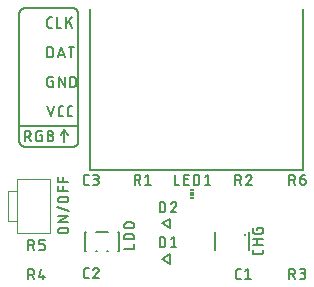
<source format=gto>
G04 EAGLE Gerber X2 export*
G75*
%MOMM*%
%FSLAX34Y34*%
%LPD*%
%AMOC8*
5,1,8,0,0,1.08239X$1,22.5*%
G01*
%ADD10C,0.150000*%
%ADD11C,0.152400*%
%ADD12C,0.200000*%
%ADD13C,0.100000*%
%ADD14C,0.203200*%
%ADD15R,0.300000X0.150000*%
%ADD16R,0.300000X0.300000*%


D10*
X10000Y347500D02*
X50000Y347500D01*
X50140Y347498D01*
X50280Y347492D01*
X50420Y347482D01*
X50560Y347469D01*
X50699Y347451D01*
X50838Y347429D01*
X50975Y347404D01*
X51113Y347375D01*
X51249Y347342D01*
X51384Y347305D01*
X51518Y347264D01*
X51651Y347219D01*
X51783Y347171D01*
X51913Y347119D01*
X52042Y347064D01*
X52169Y347005D01*
X52295Y346942D01*
X52419Y346876D01*
X52540Y346807D01*
X52660Y346734D01*
X52778Y346657D01*
X52893Y346578D01*
X53007Y346495D01*
X53117Y346409D01*
X53226Y346320D01*
X53332Y346228D01*
X53435Y346133D01*
X53536Y346036D01*
X53633Y345935D01*
X53728Y345832D01*
X53820Y345726D01*
X53909Y345617D01*
X53995Y345507D01*
X54078Y345393D01*
X54157Y345278D01*
X54234Y345160D01*
X54307Y345040D01*
X54376Y344919D01*
X54442Y344795D01*
X54505Y344669D01*
X54564Y344542D01*
X54619Y344413D01*
X54671Y344283D01*
X54719Y344151D01*
X54764Y344018D01*
X54805Y343884D01*
X54842Y343749D01*
X54875Y343613D01*
X54904Y343475D01*
X54929Y343338D01*
X54951Y343199D01*
X54969Y343060D01*
X54982Y342920D01*
X54992Y342780D01*
X54998Y342640D01*
X55000Y342500D01*
X55000Y247500D01*
X55000Y235000D01*
X54998Y234860D01*
X54992Y234720D01*
X54982Y234580D01*
X54969Y234440D01*
X54951Y234301D01*
X54929Y234162D01*
X54904Y234025D01*
X54875Y233887D01*
X54842Y233751D01*
X54805Y233616D01*
X54764Y233482D01*
X54719Y233349D01*
X54671Y233217D01*
X54619Y233087D01*
X54564Y232958D01*
X54505Y232831D01*
X54442Y232705D01*
X54376Y232581D01*
X54307Y232460D01*
X54234Y232340D01*
X54157Y232222D01*
X54078Y232107D01*
X53995Y231993D01*
X53909Y231883D01*
X53820Y231774D01*
X53728Y231668D01*
X53633Y231565D01*
X53536Y231464D01*
X53435Y231367D01*
X53332Y231272D01*
X53226Y231180D01*
X53117Y231091D01*
X53007Y231005D01*
X52893Y230922D01*
X52778Y230843D01*
X52660Y230766D01*
X52540Y230693D01*
X52419Y230624D01*
X52295Y230558D01*
X52169Y230495D01*
X52042Y230436D01*
X51913Y230381D01*
X51783Y230329D01*
X51651Y230281D01*
X51518Y230236D01*
X51384Y230195D01*
X51249Y230158D01*
X51113Y230125D01*
X50975Y230096D01*
X50838Y230071D01*
X50699Y230049D01*
X50560Y230031D01*
X50420Y230018D01*
X50280Y230008D01*
X50140Y230002D01*
X50000Y230000D01*
X10000Y230000D01*
X9860Y230002D01*
X9720Y230008D01*
X9580Y230018D01*
X9440Y230031D01*
X9301Y230049D01*
X9162Y230071D01*
X9025Y230096D01*
X8887Y230125D01*
X8751Y230158D01*
X8616Y230195D01*
X8482Y230236D01*
X8349Y230281D01*
X8217Y230329D01*
X8087Y230381D01*
X7958Y230436D01*
X7831Y230495D01*
X7705Y230558D01*
X7581Y230624D01*
X7460Y230693D01*
X7340Y230766D01*
X7222Y230843D01*
X7107Y230922D01*
X6993Y231005D01*
X6883Y231091D01*
X6774Y231180D01*
X6668Y231272D01*
X6565Y231367D01*
X6464Y231464D01*
X6367Y231565D01*
X6272Y231668D01*
X6180Y231774D01*
X6091Y231883D01*
X6005Y231993D01*
X5922Y232107D01*
X5843Y232222D01*
X5766Y232340D01*
X5693Y232460D01*
X5624Y232581D01*
X5558Y232705D01*
X5495Y232831D01*
X5436Y232958D01*
X5381Y233087D01*
X5329Y233217D01*
X5281Y233349D01*
X5236Y233482D01*
X5195Y233616D01*
X5158Y233751D01*
X5125Y233887D01*
X5096Y234025D01*
X5071Y234162D01*
X5049Y234301D01*
X5031Y234440D01*
X5018Y234580D01*
X5008Y234720D01*
X5002Y234860D01*
X5000Y235000D01*
X5000Y247500D01*
X5000Y342500D01*
X5002Y342640D01*
X5008Y342780D01*
X5018Y342920D01*
X5031Y343060D01*
X5049Y343199D01*
X5071Y343338D01*
X5096Y343475D01*
X5125Y343613D01*
X5158Y343749D01*
X5195Y343884D01*
X5236Y344018D01*
X5281Y344151D01*
X5329Y344283D01*
X5381Y344413D01*
X5436Y344542D01*
X5495Y344669D01*
X5558Y344795D01*
X5624Y344919D01*
X5693Y345040D01*
X5766Y345160D01*
X5843Y345278D01*
X5922Y345393D01*
X6005Y345507D01*
X6091Y345617D01*
X6180Y345726D01*
X6272Y345832D01*
X6367Y345935D01*
X6464Y346036D01*
X6565Y346133D01*
X6668Y346228D01*
X6774Y346320D01*
X6883Y346409D01*
X6993Y346495D01*
X7107Y346578D01*
X7222Y346657D01*
X7340Y346734D01*
X7460Y346807D01*
X7581Y346876D01*
X7705Y346942D01*
X7831Y347005D01*
X7958Y347064D01*
X8087Y347119D01*
X8217Y347171D01*
X8349Y347219D01*
X8482Y347264D01*
X8616Y347305D01*
X8751Y347342D01*
X8887Y347375D01*
X9025Y347404D01*
X9162Y347429D01*
X9301Y347451D01*
X9440Y347469D01*
X9580Y347482D01*
X9720Y347492D01*
X9860Y347498D01*
X10000Y347500D01*
X5000Y247500D02*
X55000Y247500D01*
D11*
X9762Y243398D02*
X9762Y234762D01*
X9762Y243398D02*
X12161Y243398D01*
X12258Y243396D01*
X12354Y243390D01*
X12450Y243381D01*
X12546Y243367D01*
X12641Y243350D01*
X12735Y243328D01*
X12828Y243303D01*
X12921Y243275D01*
X13012Y243242D01*
X13101Y243206D01*
X13189Y243166D01*
X13276Y243123D01*
X13361Y243077D01*
X13443Y243027D01*
X13524Y242973D01*
X13602Y242917D01*
X13678Y242857D01*
X13752Y242795D01*
X13823Y242729D01*
X13891Y242661D01*
X13957Y242590D01*
X14019Y242516D01*
X14079Y242440D01*
X14135Y242362D01*
X14189Y242281D01*
X14239Y242198D01*
X14285Y242114D01*
X14328Y242027D01*
X14368Y241939D01*
X14404Y241850D01*
X14437Y241759D01*
X14465Y241666D01*
X14490Y241573D01*
X14512Y241479D01*
X14529Y241384D01*
X14543Y241288D01*
X14552Y241192D01*
X14558Y241096D01*
X14560Y240999D01*
X14558Y240902D01*
X14552Y240806D01*
X14543Y240710D01*
X14529Y240614D01*
X14512Y240519D01*
X14490Y240425D01*
X14465Y240332D01*
X14437Y240239D01*
X14404Y240148D01*
X14368Y240059D01*
X14328Y239971D01*
X14285Y239884D01*
X14239Y239800D01*
X14189Y239717D01*
X14135Y239636D01*
X14079Y239558D01*
X14019Y239482D01*
X13957Y239408D01*
X13891Y239337D01*
X13823Y239269D01*
X13752Y239203D01*
X13678Y239141D01*
X13602Y239081D01*
X13524Y239025D01*
X13443Y238971D01*
X13360Y238921D01*
X13276Y238875D01*
X13189Y238832D01*
X13101Y238792D01*
X13012Y238756D01*
X12921Y238723D01*
X12828Y238695D01*
X12735Y238670D01*
X12641Y238648D01*
X12546Y238631D01*
X12450Y238617D01*
X12354Y238608D01*
X12258Y238602D01*
X12161Y238600D01*
X9762Y238600D01*
X12641Y238600D02*
X14560Y234762D01*
X22485Y239560D02*
X23924Y239560D01*
X23924Y234762D01*
X21045Y234762D01*
X20959Y234764D01*
X20873Y234770D01*
X20787Y234779D01*
X20702Y234793D01*
X20618Y234810D01*
X20534Y234831D01*
X20452Y234856D01*
X20371Y234884D01*
X20291Y234916D01*
X20212Y234952D01*
X20136Y234991D01*
X20061Y235034D01*
X19988Y235079D01*
X19917Y235128D01*
X19849Y235181D01*
X19782Y235236D01*
X19719Y235294D01*
X19658Y235355D01*
X19600Y235418D01*
X19545Y235485D01*
X19492Y235553D01*
X19443Y235624D01*
X19398Y235697D01*
X19355Y235772D01*
X19316Y235848D01*
X19280Y235927D01*
X19248Y236007D01*
X19220Y236088D01*
X19195Y236170D01*
X19174Y236254D01*
X19157Y236338D01*
X19143Y236423D01*
X19134Y236509D01*
X19128Y236595D01*
X19126Y236681D01*
X19126Y241479D01*
X19128Y241565D01*
X19134Y241651D01*
X19143Y241737D01*
X19157Y241822D01*
X19174Y241906D01*
X19195Y241990D01*
X19220Y242072D01*
X19248Y242153D01*
X19280Y242233D01*
X19316Y242312D01*
X19355Y242388D01*
X19398Y242463D01*
X19443Y242536D01*
X19492Y242607D01*
X19545Y242675D01*
X19600Y242742D01*
X19658Y242805D01*
X19719Y242866D01*
X19782Y242924D01*
X19849Y242979D01*
X19917Y243031D01*
X19988Y243081D01*
X20061Y243126D01*
X20136Y243169D01*
X20212Y243208D01*
X20291Y243244D01*
X20371Y243276D01*
X20452Y243304D01*
X20534Y243329D01*
X20618Y243350D01*
X20702Y243367D01*
X20787Y243381D01*
X20873Y243390D01*
X20959Y243396D01*
X21045Y243398D01*
X23924Y243398D01*
X29074Y239560D02*
X31473Y239560D01*
X31570Y239558D01*
X31666Y239552D01*
X31762Y239543D01*
X31858Y239529D01*
X31953Y239512D01*
X32047Y239490D01*
X32140Y239465D01*
X32233Y239437D01*
X32324Y239404D01*
X32413Y239368D01*
X32501Y239328D01*
X32588Y239285D01*
X32673Y239239D01*
X32755Y239189D01*
X32836Y239135D01*
X32914Y239079D01*
X32990Y239019D01*
X33064Y238957D01*
X33135Y238891D01*
X33203Y238823D01*
X33269Y238752D01*
X33331Y238678D01*
X33391Y238602D01*
X33447Y238524D01*
X33501Y238443D01*
X33551Y238360D01*
X33597Y238276D01*
X33640Y238189D01*
X33680Y238101D01*
X33716Y238012D01*
X33749Y237921D01*
X33777Y237828D01*
X33802Y237735D01*
X33824Y237641D01*
X33841Y237546D01*
X33855Y237450D01*
X33864Y237354D01*
X33870Y237258D01*
X33872Y237161D01*
X33870Y237064D01*
X33864Y236968D01*
X33855Y236872D01*
X33841Y236776D01*
X33824Y236681D01*
X33802Y236587D01*
X33777Y236494D01*
X33749Y236401D01*
X33716Y236310D01*
X33680Y236221D01*
X33640Y236133D01*
X33597Y236046D01*
X33551Y235962D01*
X33501Y235879D01*
X33447Y235798D01*
X33391Y235720D01*
X33331Y235644D01*
X33269Y235570D01*
X33203Y235499D01*
X33135Y235431D01*
X33064Y235365D01*
X32990Y235303D01*
X32914Y235243D01*
X32836Y235187D01*
X32755Y235133D01*
X32672Y235083D01*
X32588Y235037D01*
X32501Y234994D01*
X32413Y234954D01*
X32324Y234918D01*
X32233Y234885D01*
X32140Y234857D01*
X32047Y234832D01*
X31953Y234810D01*
X31858Y234793D01*
X31762Y234779D01*
X31666Y234770D01*
X31570Y234764D01*
X31473Y234762D01*
X29074Y234762D01*
X29074Y243398D01*
X31473Y243398D01*
X31559Y243396D01*
X31645Y243390D01*
X31731Y243381D01*
X31816Y243367D01*
X31900Y243350D01*
X31984Y243329D01*
X32066Y243304D01*
X32147Y243276D01*
X32227Y243244D01*
X32306Y243208D01*
X32382Y243169D01*
X32457Y243126D01*
X32530Y243081D01*
X32601Y243032D01*
X32669Y242979D01*
X32736Y242924D01*
X32799Y242866D01*
X32860Y242805D01*
X32918Y242742D01*
X32973Y242675D01*
X33026Y242607D01*
X33075Y242536D01*
X33120Y242463D01*
X33163Y242388D01*
X33202Y242312D01*
X33238Y242233D01*
X33270Y242153D01*
X33298Y242072D01*
X33323Y241990D01*
X33344Y241906D01*
X33361Y241822D01*
X33375Y241737D01*
X33384Y241651D01*
X33390Y241565D01*
X33392Y241479D01*
X33390Y241393D01*
X33384Y241307D01*
X33375Y241221D01*
X33361Y241136D01*
X33344Y241052D01*
X33323Y240968D01*
X33298Y240886D01*
X33270Y240805D01*
X33238Y240725D01*
X33202Y240646D01*
X33163Y240570D01*
X33120Y240495D01*
X33075Y240422D01*
X33026Y240351D01*
X32973Y240283D01*
X32918Y240216D01*
X32860Y240153D01*
X32799Y240092D01*
X32736Y240034D01*
X32669Y239979D01*
X32601Y239926D01*
X32530Y239877D01*
X32457Y239832D01*
X32382Y239789D01*
X32306Y239750D01*
X32227Y239714D01*
X32147Y239682D01*
X32066Y239654D01*
X31984Y239629D01*
X31900Y239608D01*
X31816Y239591D01*
X31731Y239577D01*
X31645Y239568D01*
X31559Y239562D01*
X31473Y239560D01*
D10*
X43000Y244000D02*
X43000Y234000D01*
X40000Y240000D02*
X43000Y244000D01*
X46000Y240000D01*
D11*
X190681Y117762D02*
X192600Y117762D01*
X190681Y117762D02*
X190595Y117764D01*
X190509Y117770D01*
X190423Y117779D01*
X190338Y117793D01*
X190254Y117810D01*
X190170Y117831D01*
X190088Y117856D01*
X190007Y117884D01*
X189927Y117916D01*
X189848Y117952D01*
X189772Y117991D01*
X189697Y118034D01*
X189624Y118079D01*
X189553Y118128D01*
X189485Y118181D01*
X189418Y118236D01*
X189355Y118294D01*
X189294Y118355D01*
X189236Y118418D01*
X189181Y118485D01*
X189128Y118553D01*
X189079Y118624D01*
X189034Y118697D01*
X188991Y118772D01*
X188952Y118848D01*
X188916Y118927D01*
X188884Y119007D01*
X188856Y119088D01*
X188831Y119170D01*
X188810Y119254D01*
X188793Y119338D01*
X188779Y119423D01*
X188770Y119509D01*
X188764Y119595D01*
X188762Y119681D01*
X188762Y124479D01*
X188764Y124565D01*
X188770Y124651D01*
X188779Y124737D01*
X188793Y124822D01*
X188810Y124906D01*
X188831Y124990D01*
X188856Y125072D01*
X188884Y125153D01*
X188916Y125233D01*
X188952Y125312D01*
X188991Y125388D01*
X189034Y125463D01*
X189079Y125536D01*
X189128Y125607D01*
X189181Y125675D01*
X189236Y125742D01*
X189294Y125805D01*
X189355Y125866D01*
X189418Y125924D01*
X189485Y125979D01*
X189553Y126031D01*
X189624Y126081D01*
X189697Y126126D01*
X189772Y126169D01*
X189848Y126208D01*
X189927Y126244D01*
X190007Y126276D01*
X190088Y126304D01*
X190170Y126329D01*
X190254Y126350D01*
X190338Y126367D01*
X190423Y126381D01*
X190509Y126390D01*
X190595Y126396D01*
X190681Y126398D01*
X192600Y126398D01*
X196420Y124479D02*
X198819Y126398D01*
X198819Y117762D01*
X196420Y117762D02*
X201218Y117762D01*
X63600Y118762D02*
X61681Y118762D01*
X61595Y118764D01*
X61509Y118770D01*
X61423Y118779D01*
X61338Y118793D01*
X61254Y118810D01*
X61170Y118831D01*
X61088Y118856D01*
X61007Y118884D01*
X60927Y118916D01*
X60848Y118952D01*
X60772Y118991D01*
X60697Y119034D01*
X60624Y119079D01*
X60553Y119128D01*
X60485Y119181D01*
X60418Y119236D01*
X60355Y119294D01*
X60294Y119355D01*
X60236Y119418D01*
X60181Y119485D01*
X60128Y119553D01*
X60079Y119624D01*
X60034Y119697D01*
X59991Y119772D01*
X59952Y119848D01*
X59916Y119927D01*
X59884Y120007D01*
X59856Y120088D01*
X59831Y120170D01*
X59810Y120254D01*
X59793Y120338D01*
X59779Y120423D01*
X59770Y120509D01*
X59764Y120595D01*
X59762Y120681D01*
X59762Y125479D01*
X59764Y125565D01*
X59770Y125651D01*
X59779Y125737D01*
X59793Y125822D01*
X59810Y125906D01*
X59831Y125990D01*
X59856Y126072D01*
X59884Y126153D01*
X59916Y126233D01*
X59952Y126312D01*
X59991Y126388D01*
X60034Y126463D01*
X60079Y126536D01*
X60128Y126607D01*
X60181Y126675D01*
X60236Y126742D01*
X60294Y126805D01*
X60355Y126866D01*
X60418Y126924D01*
X60485Y126979D01*
X60553Y127031D01*
X60624Y127081D01*
X60697Y127126D01*
X60772Y127169D01*
X60848Y127208D01*
X60927Y127244D01*
X61007Y127276D01*
X61088Y127304D01*
X61170Y127329D01*
X61254Y127350D01*
X61338Y127367D01*
X61423Y127381D01*
X61509Y127390D01*
X61595Y127396D01*
X61681Y127398D01*
X63600Y127398D01*
X70059Y127398D02*
X70151Y127396D01*
X70242Y127390D01*
X70333Y127381D01*
X70424Y127367D01*
X70514Y127350D01*
X70603Y127328D01*
X70691Y127303D01*
X70778Y127275D01*
X70864Y127242D01*
X70948Y127206D01*
X71031Y127167D01*
X71112Y127124D01*
X71191Y127077D01*
X71268Y127028D01*
X71343Y126975D01*
X71415Y126919D01*
X71485Y126860D01*
X71553Y126798D01*
X71618Y126733D01*
X71680Y126665D01*
X71739Y126595D01*
X71795Y126523D01*
X71848Y126448D01*
X71897Y126371D01*
X71944Y126292D01*
X71987Y126211D01*
X72026Y126128D01*
X72062Y126044D01*
X72095Y125958D01*
X72123Y125871D01*
X72148Y125783D01*
X72170Y125694D01*
X72187Y125604D01*
X72201Y125513D01*
X72210Y125422D01*
X72216Y125331D01*
X72218Y125239D01*
X70059Y127398D02*
X69956Y127396D01*
X69854Y127390D01*
X69752Y127381D01*
X69650Y127368D01*
X69549Y127351D01*
X69448Y127330D01*
X69349Y127306D01*
X69250Y127277D01*
X69153Y127246D01*
X69056Y127210D01*
X68961Y127172D01*
X68868Y127129D01*
X68776Y127083D01*
X68686Y127034D01*
X68598Y126982D01*
X68511Y126926D01*
X68427Y126867D01*
X68346Y126806D01*
X68266Y126741D01*
X68189Y126673D01*
X68114Y126602D01*
X68043Y126529D01*
X67974Y126453D01*
X67907Y126375D01*
X67844Y126294D01*
X67784Y126211D01*
X67727Y126126D01*
X67673Y126039D01*
X67622Y125949D01*
X67575Y125858D01*
X67531Y125766D01*
X67490Y125671D01*
X67453Y125576D01*
X67420Y125479D01*
X71498Y123560D02*
X71565Y123626D01*
X71629Y123695D01*
X71690Y123766D01*
X71748Y123840D01*
X71803Y123916D01*
X71855Y123994D01*
X71904Y124074D01*
X71950Y124156D01*
X71992Y124240D01*
X72031Y124326D01*
X72066Y124413D01*
X72097Y124501D01*
X72125Y124591D01*
X72150Y124681D01*
X72171Y124773D01*
X72188Y124865D01*
X72201Y124958D01*
X72210Y125051D01*
X72216Y125145D01*
X72218Y125239D01*
X71498Y123560D02*
X67420Y118762D01*
X72218Y118762D01*
X63600Y197762D02*
X61681Y197762D01*
X61595Y197764D01*
X61509Y197770D01*
X61423Y197779D01*
X61338Y197793D01*
X61254Y197810D01*
X61170Y197831D01*
X61088Y197856D01*
X61007Y197884D01*
X60927Y197916D01*
X60848Y197952D01*
X60772Y197991D01*
X60697Y198034D01*
X60624Y198079D01*
X60553Y198128D01*
X60485Y198181D01*
X60418Y198236D01*
X60355Y198294D01*
X60294Y198355D01*
X60236Y198418D01*
X60181Y198485D01*
X60128Y198553D01*
X60079Y198624D01*
X60034Y198697D01*
X59991Y198772D01*
X59952Y198848D01*
X59916Y198927D01*
X59884Y199007D01*
X59856Y199088D01*
X59831Y199170D01*
X59810Y199254D01*
X59793Y199338D01*
X59779Y199423D01*
X59770Y199509D01*
X59764Y199595D01*
X59762Y199681D01*
X59762Y204479D01*
X59764Y204565D01*
X59770Y204651D01*
X59779Y204737D01*
X59793Y204822D01*
X59810Y204906D01*
X59831Y204990D01*
X59856Y205072D01*
X59884Y205153D01*
X59916Y205233D01*
X59952Y205312D01*
X59991Y205388D01*
X60034Y205463D01*
X60079Y205536D01*
X60128Y205607D01*
X60181Y205675D01*
X60236Y205742D01*
X60294Y205805D01*
X60355Y205866D01*
X60418Y205924D01*
X60485Y205979D01*
X60553Y206031D01*
X60624Y206081D01*
X60697Y206126D01*
X60772Y206169D01*
X60848Y206208D01*
X60927Y206244D01*
X61007Y206276D01*
X61088Y206304D01*
X61170Y206329D01*
X61254Y206350D01*
X61338Y206367D01*
X61423Y206381D01*
X61509Y206390D01*
X61595Y206396D01*
X61681Y206398D01*
X63600Y206398D01*
X67420Y197762D02*
X69819Y197762D01*
X69916Y197764D01*
X70012Y197770D01*
X70108Y197779D01*
X70204Y197793D01*
X70299Y197810D01*
X70393Y197832D01*
X70486Y197857D01*
X70579Y197885D01*
X70670Y197918D01*
X70759Y197954D01*
X70847Y197994D01*
X70934Y198037D01*
X71019Y198083D01*
X71101Y198133D01*
X71182Y198187D01*
X71260Y198243D01*
X71336Y198303D01*
X71410Y198365D01*
X71481Y198431D01*
X71549Y198499D01*
X71615Y198570D01*
X71677Y198644D01*
X71737Y198720D01*
X71793Y198798D01*
X71847Y198879D01*
X71897Y198962D01*
X71943Y199046D01*
X71986Y199133D01*
X72026Y199221D01*
X72062Y199310D01*
X72095Y199401D01*
X72123Y199494D01*
X72148Y199587D01*
X72170Y199681D01*
X72187Y199776D01*
X72201Y199872D01*
X72210Y199968D01*
X72216Y200064D01*
X72218Y200161D01*
X72216Y200258D01*
X72210Y200354D01*
X72201Y200450D01*
X72187Y200546D01*
X72170Y200641D01*
X72148Y200735D01*
X72123Y200828D01*
X72095Y200921D01*
X72062Y201012D01*
X72026Y201101D01*
X71986Y201189D01*
X71943Y201276D01*
X71897Y201360D01*
X71847Y201443D01*
X71793Y201524D01*
X71737Y201602D01*
X71677Y201678D01*
X71615Y201752D01*
X71549Y201823D01*
X71481Y201891D01*
X71410Y201957D01*
X71336Y202019D01*
X71260Y202079D01*
X71182Y202135D01*
X71101Y202189D01*
X71019Y202239D01*
X70934Y202285D01*
X70847Y202328D01*
X70759Y202368D01*
X70670Y202404D01*
X70579Y202437D01*
X70486Y202465D01*
X70393Y202490D01*
X70299Y202512D01*
X70204Y202529D01*
X70108Y202543D01*
X70012Y202552D01*
X69916Y202558D01*
X69819Y202560D01*
X70299Y206398D02*
X67420Y206398D01*
X70299Y206398D02*
X70385Y206396D01*
X70471Y206390D01*
X70557Y206381D01*
X70642Y206367D01*
X70726Y206350D01*
X70810Y206329D01*
X70892Y206304D01*
X70973Y206276D01*
X71053Y206244D01*
X71132Y206208D01*
X71208Y206169D01*
X71283Y206126D01*
X71356Y206081D01*
X71427Y206032D01*
X71495Y205979D01*
X71562Y205924D01*
X71625Y205866D01*
X71686Y205805D01*
X71744Y205742D01*
X71799Y205675D01*
X71852Y205607D01*
X71901Y205536D01*
X71946Y205463D01*
X71989Y205388D01*
X72028Y205312D01*
X72064Y205233D01*
X72096Y205153D01*
X72124Y205072D01*
X72149Y204990D01*
X72170Y204906D01*
X72187Y204822D01*
X72201Y204737D01*
X72210Y204651D01*
X72216Y204565D01*
X72218Y204479D01*
X72216Y204393D01*
X72210Y204307D01*
X72201Y204221D01*
X72187Y204136D01*
X72170Y204052D01*
X72149Y203968D01*
X72124Y203886D01*
X72096Y203805D01*
X72064Y203725D01*
X72028Y203646D01*
X71989Y203570D01*
X71946Y203495D01*
X71901Y203422D01*
X71852Y203351D01*
X71799Y203283D01*
X71744Y203216D01*
X71686Y203153D01*
X71625Y203092D01*
X71562Y203034D01*
X71495Y202979D01*
X71427Y202926D01*
X71356Y202877D01*
X71283Y202832D01*
X71208Y202789D01*
X71132Y202750D01*
X71053Y202714D01*
X70973Y202682D01*
X70892Y202654D01*
X70810Y202629D01*
X70726Y202608D01*
X70642Y202591D01*
X70557Y202577D01*
X70471Y202568D01*
X70385Y202562D01*
X70299Y202560D01*
X68380Y202560D01*
X199230Y157810D02*
X199230Y142190D01*
X170780Y142190D02*
X170780Y157810D01*
D12*
X196500Y155000D03*
D11*
X211238Y142600D02*
X211238Y140681D01*
X211236Y140595D01*
X211230Y140509D01*
X211221Y140423D01*
X211207Y140338D01*
X211190Y140254D01*
X211169Y140170D01*
X211144Y140088D01*
X211116Y140007D01*
X211084Y139927D01*
X211048Y139848D01*
X211009Y139772D01*
X210966Y139697D01*
X210921Y139624D01*
X210872Y139553D01*
X210819Y139485D01*
X210764Y139418D01*
X210706Y139355D01*
X210645Y139294D01*
X210582Y139236D01*
X210515Y139181D01*
X210447Y139129D01*
X210376Y139079D01*
X210303Y139034D01*
X210228Y138991D01*
X210152Y138952D01*
X210073Y138916D01*
X209993Y138884D01*
X209912Y138856D01*
X209830Y138831D01*
X209746Y138810D01*
X209662Y138793D01*
X209577Y138779D01*
X209491Y138770D01*
X209405Y138764D01*
X209319Y138762D01*
X204521Y138762D01*
X204435Y138764D01*
X204349Y138770D01*
X204263Y138779D01*
X204178Y138793D01*
X204094Y138810D01*
X204010Y138831D01*
X203928Y138856D01*
X203847Y138884D01*
X203767Y138916D01*
X203688Y138952D01*
X203612Y138991D01*
X203537Y139034D01*
X203464Y139079D01*
X203393Y139128D01*
X203325Y139181D01*
X203258Y139236D01*
X203195Y139294D01*
X203134Y139355D01*
X203076Y139418D01*
X203021Y139485D01*
X202969Y139553D01*
X202919Y139624D01*
X202874Y139697D01*
X202831Y139772D01*
X202792Y139848D01*
X202756Y139927D01*
X202724Y140007D01*
X202696Y140088D01*
X202671Y140170D01*
X202650Y140254D01*
X202633Y140338D01*
X202619Y140423D01*
X202610Y140509D01*
X202604Y140595D01*
X202602Y140681D01*
X202602Y142600D01*
X202602Y146725D02*
X211238Y146725D01*
X206440Y146725D02*
X206440Y151523D01*
X202602Y151523D02*
X211238Y151523D01*
X206440Y159837D02*
X206440Y161276D01*
X211238Y161276D01*
X211238Y158398D01*
X211236Y158312D01*
X211230Y158226D01*
X211221Y158140D01*
X211207Y158055D01*
X211190Y157971D01*
X211169Y157887D01*
X211144Y157805D01*
X211116Y157724D01*
X211084Y157644D01*
X211048Y157565D01*
X211009Y157489D01*
X210966Y157414D01*
X210921Y157341D01*
X210872Y157270D01*
X210819Y157202D01*
X210764Y157135D01*
X210706Y157072D01*
X210645Y157011D01*
X210582Y156953D01*
X210515Y156898D01*
X210447Y156846D01*
X210376Y156796D01*
X210303Y156751D01*
X210228Y156708D01*
X210152Y156669D01*
X210073Y156633D01*
X209993Y156601D01*
X209912Y156573D01*
X209830Y156548D01*
X209746Y156527D01*
X209662Y156510D01*
X209577Y156496D01*
X209491Y156487D01*
X209405Y156481D01*
X209319Y156479D01*
X204521Y156479D01*
X204435Y156481D01*
X204349Y156487D01*
X204263Y156496D01*
X204178Y156510D01*
X204094Y156527D01*
X204010Y156548D01*
X203928Y156573D01*
X203847Y156601D01*
X203767Y156633D01*
X203688Y156669D01*
X203612Y156708D01*
X203537Y156751D01*
X203464Y156796D01*
X203393Y156845D01*
X203325Y156898D01*
X203258Y156953D01*
X203195Y157011D01*
X203134Y157072D01*
X203076Y157135D01*
X203021Y157202D01*
X202969Y157270D01*
X202919Y157341D01*
X202874Y157414D01*
X202831Y157489D01*
X202792Y157565D01*
X202756Y157644D01*
X202724Y157724D01*
X202696Y157805D01*
X202671Y157887D01*
X202650Y157971D01*
X202633Y158055D01*
X202619Y158140D01*
X202610Y158226D01*
X202604Y158312D01*
X202602Y158398D01*
X202602Y161276D01*
X32600Y330762D02*
X30681Y330762D01*
X30595Y330764D01*
X30509Y330770D01*
X30423Y330779D01*
X30338Y330793D01*
X30254Y330810D01*
X30170Y330831D01*
X30088Y330856D01*
X30007Y330884D01*
X29927Y330916D01*
X29848Y330952D01*
X29772Y330991D01*
X29697Y331034D01*
X29624Y331079D01*
X29553Y331128D01*
X29485Y331181D01*
X29418Y331236D01*
X29355Y331294D01*
X29294Y331355D01*
X29236Y331418D01*
X29181Y331485D01*
X29128Y331553D01*
X29079Y331624D01*
X29034Y331697D01*
X28991Y331772D01*
X28952Y331848D01*
X28916Y331927D01*
X28884Y332007D01*
X28856Y332088D01*
X28831Y332170D01*
X28810Y332254D01*
X28793Y332338D01*
X28779Y332423D01*
X28770Y332509D01*
X28764Y332595D01*
X28762Y332681D01*
X28762Y337479D01*
X28764Y337565D01*
X28770Y337651D01*
X28779Y337737D01*
X28793Y337822D01*
X28810Y337906D01*
X28831Y337990D01*
X28856Y338072D01*
X28884Y338153D01*
X28916Y338233D01*
X28952Y338312D01*
X28991Y338388D01*
X29034Y338463D01*
X29079Y338536D01*
X29128Y338607D01*
X29181Y338675D01*
X29236Y338742D01*
X29294Y338805D01*
X29355Y338866D01*
X29418Y338924D01*
X29485Y338979D01*
X29553Y339031D01*
X29624Y339081D01*
X29697Y339126D01*
X29772Y339169D01*
X29848Y339208D01*
X29927Y339244D01*
X30007Y339276D01*
X30088Y339304D01*
X30170Y339329D01*
X30254Y339350D01*
X30338Y339367D01*
X30423Y339381D01*
X30509Y339390D01*
X30595Y339396D01*
X30681Y339398D01*
X32600Y339398D01*
X36751Y339398D02*
X36751Y330762D01*
X40589Y330762D01*
X44844Y330762D02*
X44844Y339398D01*
X49642Y339398D02*
X44844Y334120D01*
X46764Y336040D02*
X49642Y330762D01*
X133000Y139000D02*
X126000Y135000D01*
X133000Y139000D02*
X133000Y131000D01*
X126000Y135000D01*
X123762Y144762D02*
X123762Y153398D01*
X126161Y153398D01*
X126258Y153396D01*
X126354Y153390D01*
X126450Y153381D01*
X126546Y153367D01*
X126641Y153350D01*
X126735Y153328D01*
X126828Y153303D01*
X126921Y153275D01*
X127012Y153242D01*
X127101Y153206D01*
X127189Y153166D01*
X127276Y153123D01*
X127361Y153077D01*
X127443Y153027D01*
X127524Y152973D01*
X127602Y152917D01*
X127678Y152857D01*
X127752Y152795D01*
X127823Y152729D01*
X127891Y152661D01*
X127957Y152590D01*
X128019Y152516D01*
X128079Y152440D01*
X128135Y152362D01*
X128189Y152281D01*
X128239Y152199D01*
X128285Y152114D01*
X128328Y152027D01*
X128368Y151939D01*
X128404Y151850D01*
X128437Y151759D01*
X128465Y151666D01*
X128490Y151573D01*
X128512Y151479D01*
X128529Y151384D01*
X128543Y151288D01*
X128552Y151192D01*
X128558Y151096D01*
X128560Y150999D01*
X128560Y147161D01*
X128558Y147064D01*
X128552Y146968D01*
X128543Y146872D01*
X128529Y146776D01*
X128512Y146681D01*
X128490Y146587D01*
X128465Y146494D01*
X128437Y146401D01*
X128404Y146310D01*
X128368Y146221D01*
X128328Y146133D01*
X128285Y146046D01*
X128239Y145962D01*
X128189Y145879D01*
X128135Y145798D01*
X128079Y145720D01*
X128019Y145644D01*
X127957Y145570D01*
X127891Y145499D01*
X127823Y145431D01*
X127752Y145365D01*
X127678Y145303D01*
X127602Y145243D01*
X127524Y145187D01*
X127443Y145133D01*
X127361Y145083D01*
X127276Y145037D01*
X127189Y144994D01*
X127101Y144954D01*
X127012Y144918D01*
X126921Y144885D01*
X126828Y144857D01*
X126735Y144832D01*
X126641Y144810D01*
X126546Y144793D01*
X126450Y144779D01*
X126354Y144770D01*
X126258Y144764D01*
X126161Y144762D01*
X123762Y144762D01*
X133211Y151479D02*
X135610Y153398D01*
X135610Y144762D01*
X133211Y144762D02*
X138009Y144762D01*
X126000Y165000D02*
X133000Y169000D01*
X133000Y161000D01*
X126000Y165000D01*
X123762Y174762D02*
X123762Y183398D01*
X126161Y183398D01*
X126258Y183396D01*
X126354Y183390D01*
X126450Y183381D01*
X126546Y183367D01*
X126641Y183350D01*
X126735Y183328D01*
X126828Y183303D01*
X126921Y183275D01*
X127012Y183242D01*
X127101Y183206D01*
X127189Y183166D01*
X127276Y183123D01*
X127361Y183077D01*
X127443Y183027D01*
X127524Y182973D01*
X127602Y182917D01*
X127678Y182857D01*
X127752Y182795D01*
X127823Y182729D01*
X127891Y182661D01*
X127957Y182590D01*
X128019Y182516D01*
X128079Y182440D01*
X128135Y182362D01*
X128189Y182281D01*
X128239Y182199D01*
X128285Y182114D01*
X128328Y182027D01*
X128368Y181939D01*
X128404Y181850D01*
X128437Y181759D01*
X128465Y181666D01*
X128490Y181573D01*
X128512Y181479D01*
X128529Y181384D01*
X128543Y181288D01*
X128552Y181192D01*
X128558Y181096D01*
X128560Y180999D01*
X128560Y177161D01*
X128558Y177064D01*
X128552Y176968D01*
X128543Y176872D01*
X128529Y176776D01*
X128512Y176681D01*
X128490Y176587D01*
X128465Y176494D01*
X128437Y176401D01*
X128404Y176310D01*
X128368Y176221D01*
X128328Y176133D01*
X128285Y176046D01*
X128239Y175962D01*
X128189Y175879D01*
X128135Y175798D01*
X128079Y175720D01*
X128019Y175644D01*
X127957Y175570D01*
X127891Y175499D01*
X127823Y175431D01*
X127752Y175365D01*
X127678Y175303D01*
X127602Y175243D01*
X127524Y175187D01*
X127443Y175133D01*
X127361Y175083D01*
X127276Y175037D01*
X127189Y174994D01*
X127101Y174954D01*
X127012Y174918D01*
X126921Y174885D01*
X126828Y174857D01*
X126735Y174832D01*
X126641Y174810D01*
X126546Y174793D01*
X126450Y174779D01*
X126354Y174770D01*
X126258Y174764D01*
X126161Y174762D01*
X123762Y174762D01*
X135850Y183398D02*
X135942Y183396D01*
X136033Y183390D01*
X136124Y183381D01*
X136215Y183367D01*
X136305Y183350D01*
X136394Y183328D01*
X136482Y183303D01*
X136569Y183275D01*
X136655Y183242D01*
X136739Y183206D01*
X136822Y183167D01*
X136903Y183124D01*
X136982Y183077D01*
X137059Y183028D01*
X137134Y182975D01*
X137206Y182919D01*
X137276Y182860D01*
X137344Y182798D01*
X137409Y182733D01*
X137471Y182665D01*
X137530Y182595D01*
X137586Y182523D01*
X137639Y182448D01*
X137688Y182371D01*
X137735Y182292D01*
X137778Y182211D01*
X137817Y182128D01*
X137853Y182044D01*
X137886Y181958D01*
X137914Y181871D01*
X137939Y181783D01*
X137961Y181694D01*
X137978Y181604D01*
X137992Y181513D01*
X138001Y181422D01*
X138007Y181331D01*
X138009Y181239D01*
X135850Y183398D02*
X135747Y183396D01*
X135645Y183390D01*
X135543Y183381D01*
X135441Y183368D01*
X135340Y183351D01*
X135239Y183330D01*
X135140Y183306D01*
X135041Y183277D01*
X134944Y183246D01*
X134847Y183210D01*
X134752Y183172D01*
X134659Y183129D01*
X134567Y183083D01*
X134477Y183034D01*
X134389Y182982D01*
X134302Y182926D01*
X134218Y182867D01*
X134137Y182806D01*
X134057Y182741D01*
X133980Y182673D01*
X133905Y182602D01*
X133834Y182529D01*
X133765Y182453D01*
X133698Y182375D01*
X133635Y182294D01*
X133575Y182211D01*
X133518Y182126D01*
X133464Y182039D01*
X133413Y181949D01*
X133366Y181858D01*
X133322Y181766D01*
X133281Y181671D01*
X133244Y181576D01*
X133211Y181479D01*
X137289Y179560D02*
X137356Y179626D01*
X137420Y179695D01*
X137481Y179766D01*
X137539Y179840D01*
X137594Y179916D01*
X137646Y179994D01*
X137695Y180074D01*
X137741Y180156D01*
X137783Y180240D01*
X137822Y180326D01*
X137857Y180413D01*
X137888Y180501D01*
X137916Y180591D01*
X137941Y180681D01*
X137962Y180773D01*
X137979Y180865D01*
X137992Y180958D01*
X138001Y181051D01*
X138007Y181145D01*
X138009Y181239D01*
X137289Y179560D02*
X133211Y174762D01*
X138009Y174762D01*
X28762Y305762D02*
X28762Y314398D01*
X31161Y314398D01*
X31258Y314396D01*
X31354Y314390D01*
X31450Y314381D01*
X31546Y314367D01*
X31641Y314350D01*
X31735Y314328D01*
X31828Y314303D01*
X31921Y314275D01*
X32012Y314242D01*
X32101Y314206D01*
X32189Y314166D01*
X32276Y314123D01*
X32361Y314077D01*
X32443Y314027D01*
X32524Y313973D01*
X32602Y313917D01*
X32678Y313857D01*
X32752Y313795D01*
X32823Y313729D01*
X32891Y313661D01*
X32957Y313590D01*
X33019Y313516D01*
X33079Y313440D01*
X33135Y313362D01*
X33189Y313281D01*
X33239Y313199D01*
X33285Y313114D01*
X33328Y313027D01*
X33368Y312939D01*
X33404Y312850D01*
X33437Y312759D01*
X33465Y312666D01*
X33490Y312573D01*
X33512Y312479D01*
X33529Y312384D01*
X33543Y312288D01*
X33552Y312192D01*
X33558Y312096D01*
X33560Y311999D01*
X33560Y308161D01*
X33558Y308064D01*
X33552Y307968D01*
X33543Y307872D01*
X33529Y307776D01*
X33512Y307681D01*
X33490Y307587D01*
X33465Y307494D01*
X33437Y307401D01*
X33404Y307310D01*
X33368Y307221D01*
X33328Y307133D01*
X33285Y307046D01*
X33239Y306962D01*
X33189Y306879D01*
X33135Y306798D01*
X33079Y306720D01*
X33019Y306644D01*
X32957Y306570D01*
X32891Y306499D01*
X32823Y306431D01*
X32752Y306365D01*
X32678Y306303D01*
X32602Y306243D01*
X32524Y306187D01*
X32443Y306133D01*
X32360Y306083D01*
X32276Y306037D01*
X32189Y305994D01*
X32101Y305954D01*
X32012Y305918D01*
X31921Y305885D01*
X31828Y305857D01*
X31735Y305832D01*
X31641Y305810D01*
X31546Y305793D01*
X31450Y305779D01*
X31354Y305770D01*
X31258Y305764D01*
X31161Y305762D01*
X28762Y305762D01*
X37731Y305762D02*
X40610Y314398D01*
X43488Y305762D01*
X42769Y307921D02*
X38451Y307921D01*
X49144Y305762D02*
X49144Y314398D01*
X46745Y314398D02*
X51543Y314398D01*
X33560Y285560D02*
X32120Y285560D01*
X33560Y285560D02*
X33560Y280762D01*
X30681Y280762D01*
X30595Y280764D01*
X30509Y280770D01*
X30423Y280779D01*
X30338Y280793D01*
X30254Y280810D01*
X30170Y280831D01*
X30088Y280856D01*
X30007Y280884D01*
X29927Y280916D01*
X29848Y280952D01*
X29772Y280991D01*
X29697Y281034D01*
X29624Y281079D01*
X29553Y281128D01*
X29485Y281181D01*
X29418Y281236D01*
X29355Y281294D01*
X29294Y281355D01*
X29236Y281418D01*
X29181Y281485D01*
X29128Y281553D01*
X29079Y281624D01*
X29034Y281697D01*
X28991Y281772D01*
X28952Y281848D01*
X28916Y281927D01*
X28884Y282007D01*
X28856Y282088D01*
X28831Y282170D01*
X28810Y282254D01*
X28793Y282338D01*
X28779Y282423D01*
X28770Y282509D01*
X28764Y282595D01*
X28762Y282681D01*
X28762Y287479D01*
X28764Y287565D01*
X28770Y287651D01*
X28779Y287737D01*
X28793Y287822D01*
X28810Y287906D01*
X28831Y287990D01*
X28856Y288072D01*
X28884Y288153D01*
X28916Y288233D01*
X28952Y288312D01*
X28991Y288388D01*
X29034Y288463D01*
X29079Y288536D01*
X29128Y288607D01*
X29181Y288675D01*
X29236Y288742D01*
X29294Y288805D01*
X29355Y288866D01*
X29418Y288924D01*
X29485Y288979D01*
X29553Y289031D01*
X29624Y289081D01*
X29697Y289126D01*
X29772Y289169D01*
X29848Y289208D01*
X29927Y289244D01*
X30007Y289276D01*
X30088Y289304D01*
X30170Y289329D01*
X30254Y289350D01*
X30338Y289367D01*
X30423Y289381D01*
X30509Y289390D01*
X30595Y289396D01*
X30681Y289398D01*
X33560Y289398D01*
X38516Y289398D02*
X38516Y280762D01*
X43313Y280762D02*
X38516Y289398D01*
X43313Y289398D02*
X43313Y280762D01*
X48269Y280762D02*
X48269Y289398D01*
X50668Y289398D01*
X50765Y289396D01*
X50861Y289390D01*
X50957Y289381D01*
X51053Y289367D01*
X51148Y289350D01*
X51242Y289328D01*
X51335Y289303D01*
X51428Y289275D01*
X51519Y289242D01*
X51608Y289206D01*
X51696Y289166D01*
X51783Y289123D01*
X51868Y289077D01*
X51950Y289027D01*
X52031Y288973D01*
X52109Y288917D01*
X52185Y288857D01*
X52259Y288795D01*
X52330Y288729D01*
X52398Y288661D01*
X52464Y288590D01*
X52526Y288516D01*
X52586Y288440D01*
X52642Y288362D01*
X52696Y288281D01*
X52746Y288199D01*
X52792Y288114D01*
X52835Y288027D01*
X52875Y287939D01*
X52911Y287850D01*
X52944Y287759D01*
X52972Y287666D01*
X52997Y287573D01*
X53019Y287479D01*
X53036Y287384D01*
X53050Y287288D01*
X53059Y287192D01*
X53065Y287096D01*
X53067Y286999D01*
X53067Y283161D01*
X53065Y283064D01*
X53059Y282968D01*
X53050Y282872D01*
X53036Y282776D01*
X53019Y282681D01*
X52997Y282587D01*
X52972Y282494D01*
X52944Y282401D01*
X52911Y282310D01*
X52875Y282221D01*
X52835Y282133D01*
X52792Y282046D01*
X52746Y281962D01*
X52696Y281879D01*
X52642Y281798D01*
X52586Y281720D01*
X52526Y281644D01*
X52464Y281570D01*
X52398Y281499D01*
X52330Y281431D01*
X52259Y281365D01*
X52185Y281303D01*
X52109Y281243D01*
X52031Y281187D01*
X51950Y281133D01*
X51867Y281083D01*
X51783Y281037D01*
X51696Y280994D01*
X51608Y280954D01*
X51519Y280918D01*
X51428Y280885D01*
X51335Y280857D01*
X51242Y280832D01*
X51148Y280810D01*
X51053Y280793D01*
X50957Y280779D01*
X50861Y280770D01*
X50765Y280764D01*
X50668Y280762D01*
X48269Y280762D01*
X89220Y158100D02*
X89220Y141900D01*
X60780Y141900D02*
X60780Y158100D01*
X69780Y158100D02*
X80220Y158100D01*
X70720Y141900D02*
X69780Y141900D01*
X79280Y141900D02*
X80220Y141900D01*
X61720Y141900D02*
X60780Y141900D01*
X88280Y141900D02*
X89220Y141900D01*
X89220Y158100D02*
X88280Y158100D01*
X61720Y158100D02*
X60780Y158100D01*
X93602Y143762D02*
X102238Y143762D01*
X102238Y147600D01*
X102238Y151661D02*
X93602Y151661D01*
X93602Y154060D01*
X93604Y154157D01*
X93610Y154253D01*
X93619Y154349D01*
X93633Y154445D01*
X93650Y154540D01*
X93672Y154634D01*
X93697Y154727D01*
X93725Y154820D01*
X93758Y154911D01*
X93794Y155000D01*
X93834Y155088D01*
X93877Y155175D01*
X93923Y155260D01*
X93973Y155342D01*
X94027Y155423D01*
X94083Y155501D01*
X94143Y155577D01*
X94205Y155651D01*
X94271Y155722D01*
X94339Y155790D01*
X94410Y155856D01*
X94484Y155918D01*
X94560Y155978D01*
X94638Y156034D01*
X94719Y156088D01*
X94802Y156138D01*
X94886Y156184D01*
X94973Y156227D01*
X95061Y156267D01*
X95150Y156303D01*
X95241Y156336D01*
X95334Y156364D01*
X95427Y156389D01*
X95521Y156411D01*
X95616Y156428D01*
X95712Y156442D01*
X95808Y156451D01*
X95904Y156457D01*
X96001Y156459D01*
X99839Y156459D01*
X99936Y156457D01*
X100032Y156451D01*
X100128Y156442D01*
X100224Y156428D01*
X100319Y156411D01*
X100413Y156389D01*
X100506Y156364D01*
X100599Y156336D01*
X100690Y156303D01*
X100779Y156267D01*
X100867Y156227D01*
X100954Y156184D01*
X101039Y156138D01*
X101121Y156088D01*
X101202Y156034D01*
X101280Y155978D01*
X101356Y155918D01*
X101430Y155856D01*
X101501Y155790D01*
X101569Y155722D01*
X101635Y155651D01*
X101697Y155577D01*
X101757Y155501D01*
X101813Y155423D01*
X101867Y155342D01*
X101917Y155260D01*
X101963Y155175D01*
X102006Y155088D01*
X102046Y155000D01*
X102082Y154911D01*
X102115Y154820D01*
X102143Y154727D01*
X102168Y154634D01*
X102190Y154540D01*
X102207Y154445D01*
X102221Y154349D01*
X102230Y154253D01*
X102236Y154157D01*
X102238Y154060D01*
X102238Y151661D01*
X99839Y161110D02*
X96001Y161110D01*
X96001Y161109D02*
X95904Y161111D01*
X95808Y161117D01*
X95712Y161126D01*
X95616Y161140D01*
X95521Y161157D01*
X95427Y161179D01*
X95334Y161204D01*
X95241Y161232D01*
X95150Y161265D01*
X95061Y161301D01*
X94973Y161341D01*
X94886Y161384D01*
X94801Y161430D01*
X94719Y161480D01*
X94638Y161534D01*
X94560Y161590D01*
X94484Y161650D01*
X94410Y161712D01*
X94339Y161778D01*
X94271Y161846D01*
X94205Y161917D01*
X94143Y161991D01*
X94083Y162067D01*
X94027Y162145D01*
X93973Y162226D01*
X93923Y162309D01*
X93877Y162393D01*
X93834Y162480D01*
X93794Y162568D01*
X93758Y162657D01*
X93725Y162748D01*
X93697Y162841D01*
X93672Y162934D01*
X93650Y163028D01*
X93633Y163123D01*
X93619Y163219D01*
X93610Y163315D01*
X93604Y163411D01*
X93602Y163508D01*
X93604Y163605D01*
X93610Y163701D01*
X93619Y163797D01*
X93633Y163893D01*
X93650Y163988D01*
X93672Y164082D01*
X93697Y164175D01*
X93725Y164268D01*
X93758Y164359D01*
X93794Y164448D01*
X93834Y164536D01*
X93877Y164623D01*
X93923Y164708D01*
X93973Y164790D01*
X94027Y164871D01*
X94083Y164949D01*
X94143Y165025D01*
X94205Y165099D01*
X94271Y165170D01*
X94339Y165238D01*
X94410Y165304D01*
X94484Y165366D01*
X94560Y165426D01*
X94638Y165482D01*
X94719Y165536D01*
X94802Y165586D01*
X94886Y165632D01*
X94973Y165675D01*
X95061Y165715D01*
X95150Y165751D01*
X95241Y165784D01*
X95334Y165812D01*
X95427Y165837D01*
X95521Y165859D01*
X95616Y165876D01*
X95712Y165890D01*
X95808Y165899D01*
X95904Y165905D01*
X96001Y165907D01*
X99839Y165907D01*
X99936Y165905D01*
X100032Y165899D01*
X100128Y165890D01*
X100224Y165876D01*
X100319Y165859D01*
X100413Y165837D01*
X100506Y165812D01*
X100599Y165784D01*
X100690Y165751D01*
X100779Y165715D01*
X100867Y165675D01*
X100954Y165632D01*
X101039Y165586D01*
X101121Y165536D01*
X101202Y165482D01*
X101280Y165426D01*
X101356Y165366D01*
X101430Y165304D01*
X101501Y165238D01*
X101569Y165170D01*
X101635Y165099D01*
X101697Y165025D01*
X101757Y164949D01*
X101813Y164871D01*
X101867Y164790D01*
X101917Y164707D01*
X101963Y164623D01*
X102006Y164536D01*
X102046Y164448D01*
X102082Y164359D01*
X102115Y164268D01*
X102143Y164175D01*
X102168Y164082D01*
X102190Y163988D01*
X102207Y163893D01*
X102221Y163797D01*
X102230Y163701D01*
X102236Y163605D01*
X102238Y163508D01*
X102236Y163411D01*
X102230Y163315D01*
X102221Y163219D01*
X102207Y163123D01*
X102190Y163028D01*
X102168Y162934D01*
X102143Y162841D01*
X102115Y162748D01*
X102082Y162657D01*
X102046Y162568D01*
X102006Y162480D01*
X101963Y162393D01*
X101917Y162309D01*
X101867Y162226D01*
X101813Y162145D01*
X101757Y162067D01*
X101697Y161991D01*
X101635Y161917D01*
X101569Y161846D01*
X101501Y161778D01*
X101430Y161712D01*
X101356Y161650D01*
X101280Y161590D01*
X101202Y161534D01*
X101121Y161480D01*
X101039Y161430D01*
X100954Y161384D01*
X100867Y161341D01*
X100779Y161301D01*
X100690Y161265D01*
X100599Y161232D01*
X100506Y161204D01*
X100413Y161179D01*
X100319Y161157D01*
X100224Y161140D01*
X100128Y161126D01*
X100032Y161117D01*
X99936Y161111D01*
X99839Y161109D01*
D13*
X31000Y157000D02*
X31000Y203000D01*
X31000Y157000D02*
X3000Y157000D01*
X3000Y167500D01*
X3000Y192500D01*
X3000Y203000D01*
X31000Y203000D01*
X3000Y192500D02*
X-4500Y192500D01*
X-4500Y167500D01*
X3000Y167500D01*
D11*
X40161Y156788D02*
X43999Y156788D01*
X40161Y156787D02*
X40064Y156789D01*
X39968Y156795D01*
X39872Y156804D01*
X39776Y156818D01*
X39681Y156835D01*
X39587Y156857D01*
X39494Y156882D01*
X39401Y156910D01*
X39310Y156943D01*
X39221Y156979D01*
X39133Y157019D01*
X39046Y157062D01*
X38961Y157108D01*
X38879Y157158D01*
X38798Y157212D01*
X38720Y157268D01*
X38644Y157328D01*
X38570Y157390D01*
X38499Y157456D01*
X38431Y157524D01*
X38365Y157595D01*
X38303Y157669D01*
X38243Y157745D01*
X38187Y157823D01*
X38133Y157904D01*
X38083Y157987D01*
X38037Y158071D01*
X37994Y158158D01*
X37954Y158246D01*
X37918Y158335D01*
X37885Y158426D01*
X37857Y158519D01*
X37832Y158612D01*
X37810Y158706D01*
X37793Y158801D01*
X37779Y158897D01*
X37770Y158993D01*
X37764Y159089D01*
X37762Y159186D01*
X37764Y159283D01*
X37770Y159379D01*
X37779Y159475D01*
X37793Y159571D01*
X37810Y159666D01*
X37832Y159760D01*
X37857Y159853D01*
X37885Y159946D01*
X37918Y160037D01*
X37954Y160126D01*
X37994Y160214D01*
X38037Y160301D01*
X38083Y160386D01*
X38133Y160468D01*
X38187Y160549D01*
X38243Y160627D01*
X38303Y160703D01*
X38365Y160777D01*
X38431Y160848D01*
X38499Y160916D01*
X38570Y160982D01*
X38644Y161044D01*
X38720Y161104D01*
X38798Y161160D01*
X38879Y161214D01*
X38962Y161264D01*
X39046Y161310D01*
X39133Y161353D01*
X39221Y161393D01*
X39310Y161429D01*
X39401Y161462D01*
X39494Y161490D01*
X39587Y161515D01*
X39681Y161537D01*
X39776Y161554D01*
X39872Y161568D01*
X39968Y161577D01*
X40064Y161583D01*
X40161Y161585D01*
X43999Y161585D01*
X44096Y161583D01*
X44192Y161577D01*
X44288Y161568D01*
X44384Y161554D01*
X44479Y161537D01*
X44573Y161515D01*
X44666Y161490D01*
X44759Y161462D01*
X44850Y161429D01*
X44939Y161393D01*
X45027Y161353D01*
X45114Y161310D01*
X45199Y161264D01*
X45281Y161214D01*
X45362Y161160D01*
X45440Y161104D01*
X45516Y161044D01*
X45590Y160982D01*
X45661Y160916D01*
X45729Y160848D01*
X45795Y160777D01*
X45857Y160703D01*
X45917Y160627D01*
X45973Y160549D01*
X46027Y160468D01*
X46077Y160385D01*
X46123Y160301D01*
X46166Y160214D01*
X46206Y160126D01*
X46242Y160037D01*
X46275Y159946D01*
X46303Y159853D01*
X46328Y159760D01*
X46350Y159666D01*
X46367Y159571D01*
X46381Y159475D01*
X46390Y159379D01*
X46396Y159283D01*
X46398Y159186D01*
X46396Y159089D01*
X46390Y158993D01*
X46381Y158897D01*
X46367Y158801D01*
X46350Y158706D01*
X46328Y158612D01*
X46303Y158519D01*
X46275Y158426D01*
X46242Y158335D01*
X46206Y158246D01*
X46166Y158158D01*
X46123Y158071D01*
X46077Y157987D01*
X46027Y157904D01*
X45973Y157823D01*
X45917Y157745D01*
X45857Y157669D01*
X45795Y157595D01*
X45729Y157524D01*
X45661Y157456D01*
X45590Y157390D01*
X45516Y157328D01*
X45440Y157268D01*
X45362Y157212D01*
X45281Y157158D01*
X45198Y157108D01*
X45114Y157062D01*
X45027Y157019D01*
X44939Y156979D01*
X44850Y156943D01*
X44759Y156910D01*
X44666Y156882D01*
X44573Y156857D01*
X44479Y156835D01*
X44384Y156818D01*
X44288Y156804D01*
X44192Y156795D01*
X44096Y156789D01*
X43999Y156787D01*
X46398Y166236D02*
X37762Y166236D01*
X46398Y171034D01*
X37762Y171034D01*
X36802Y179089D02*
X47358Y175251D01*
X43999Y183000D02*
X40161Y183000D01*
X40064Y183002D01*
X39968Y183008D01*
X39872Y183017D01*
X39776Y183031D01*
X39681Y183048D01*
X39587Y183070D01*
X39494Y183095D01*
X39401Y183123D01*
X39310Y183156D01*
X39221Y183192D01*
X39133Y183232D01*
X39046Y183275D01*
X38961Y183321D01*
X38879Y183371D01*
X38798Y183425D01*
X38720Y183481D01*
X38644Y183541D01*
X38570Y183603D01*
X38499Y183669D01*
X38431Y183737D01*
X38365Y183808D01*
X38303Y183882D01*
X38243Y183958D01*
X38187Y184036D01*
X38133Y184117D01*
X38083Y184200D01*
X38037Y184284D01*
X37994Y184371D01*
X37954Y184459D01*
X37918Y184548D01*
X37885Y184639D01*
X37857Y184732D01*
X37832Y184825D01*
X37810Y184919D01*
X37793Y185014D01*
X37779Y185110D01*
X37770Y185206D01*
X37764Y185302D01*
X37762Y185399D01*
X37764Y185496D01*
X37770Y185592D01*
X37779Y185688D01*
X37793Y185784D01*
X37810Y185879D01*
X37832Y185973D01*
X37857Y186066D01*
X37885Y186159D01*
X37918Y186250D01*
X37954Y186339D01*
X37994Y186427D01*
X38037Y186514D01*
X38083Y186599D01*
X38133Y186681D01*
X38187Y186762D01*
X38243Y186840D01*
X38303Y186916D01*
X38365Y186990D01*
X38431Y187061D01*
X38499Y187129D01*
X38570Y187195D01*
X38644Y187257D01*
X38720Y187317D01*
X38798Y187373D01*
X38879Y187427D01*
X38962Y187477D01*
X39046Y187523D01*
X39133Y187566D01*
X39221Y187606D01*
X39310Y187642D01*
X39401Y187675D01*
X39494Y187703D01*
X39587Y187728D01*
X39681Y187750D01*
X39776Y187767D01*
X39872Y187781D01*
X39968Y187790D01*
X40064Y187796D01*
X40161Y187798D01*
X43999Y187798D01*
X44096Y187796D01*
X44192Y187790D01*
X44288Y187781D01*
X44384Y187767D01*
X44479Y187750D01*
X44573Y187728D01*
X44666Y187703D01*
X44759Y187675D01*
X44850Y187642D01*
X44939Y187606D01*
X45027Y187566D01*
X45114Y187523D01*
X45199Y187477D01*
X45281Y187427D01*
X45362Y187373D01*
X45440Y187317D01*
X45516Y187257D01*
X45590Y187195D01*
X45661Y187129D01*
X45729Y187061D01*
X45795Y186990D01*
X45857Y186916D01*
X45917Y186840D01*
X45973Y186762D01*
X46027Y186681D01*
X46077Y186598D01*
X46123Y186514D01*
X46166Y186427D01*
X46206Y186339D01*
X46242Y186250D01*
X46275Y186159D01*
X46303Y186066D01*
X46328Y185973D01*
X46350Y185879D01*
X46367Y185784D01*
X46381Y185688D01*
X46390Y185592D01*
X46396Y185496D01*
X46398Y185399D01*
X46396Y185302D01*
X46390Y185206D01*
X46381Y185110D01*
X46367Y185014D01*
X46350Y184919D01*
X46328Y184825D01*
X46303Y184732D01*
X46275Y184639D01*
X46242Y184548D01*
X46206Y184459D01*
X46166Y184371D01*
X46123Y184284D01*
X46077Y184200D01*
X46027Y184117D01*
X45973Y184036D01*
X45917Y183958D01*
X45857Y183882D01*
X45795Y183808D01*
X45729Y183737D01*
X45661Y183669D01*
X45590Y183603D01*
X45516Y183541D01*
X45440Y183481D01*
X45362Y183425D01*
X45281Y183371D01*
X45198Y183321D01*
X45114Y183275D01*
X45027Y183232D01*
X44939Y183192D01*
X44850Y183156D01*
X44759Y183123D01*
X44666Y183095D01*
X44573Y183070D01*
X44479Y183048D01*
X44384Y183031D01*
X44288Y183017D01*
X44192Y183008D01*
X44096Y183002D01*
X43999Y183000D01*
X46398Y192475D02*
X37762Y192475D01*
X37762Y196313D01*
X41600Y196313D02*
X41600Y192475D01*
X37762Y200400D02*
X46398Y200400D01*
X37762Y200400D02*
X37762Y204238D01*
X41600Y204238D02*
X41600Y200400D01*
X102762Y197762D02*
X102762Y206398D01*
X105161Y206398D01*
X105258Y206396D01*
X105354Y206390D01*
X105450Y206381D01*
X105546Y206367D01*
X105641Y206350D01*
X105735Y206328D01*
X105828Y206303D01*
X105921Y206275D01*
X106012Y206242D01*
X106101Y206206D01*
X106189Y206166D01*
X106276Y206123D01*
X106361Y206077D01*
X106443Y206027D01*
X106524Y205973D01*
X106602Y205917D01*
X106678Y205857D01*
X106752Y205795D01*
X106823Y205729D01*
X106891Y205661D01*
X106957Y205590D01*
X107019Y205516D01*
X107079Y205440D01*
X107135Y205362D01*
X107189Y205281D01*
X107239Y205198D01*
X107285Y205114D01*
X107328Y205027D01*
X107368Y204939D01*
X107404Y204850D01*
X107437Y204759D01*
X107465Y204666D01*
X107490Y204573D01*
X107512Y204479D01*
X107529Y204384D01*
X107543Y204288D01*
X107552Y204192D01*
X107558Y204096D01*
X107560Y203999D01*
X107558Y203902D01*
X107552Y203806D01*
X107543Y203710D01*
X107529Y203614D01*
X107512Y203519D01*
X107490Y203425D01*
X107465Y203332D01*
X107437Y203239D01*
X107404Y203148D01*
X107368Y203059D01*
X107328Y202971D01*
X107285Y202884D01*
X107239Y202800D01*
X107189Y202717D01*
X107135Y202636D01*
X107079Y202558D01*
X107019Y202482D01*
X106957Y202408D01*
X106891Y202337D01*
X106823Y202269D01*
X106752Y202203D01*
X106678Y202141D01*
X106602Y202081D01*
X106524Y202025D01*
X106443Y201971D01*
X106361Y201921D01*
X106276Y201875D01*
X106189Y201832D01*
X106101Y201792D01*
X106012Y201756D01*
X105921Y201723D01*
X105828Y201695D01*
X105735Y201670D01*
X105641Y201648D01*
X105546Y201631D01*
X105450Y201617D01*
X105354Y201608D01*
X105258Y201602D01*
X105161Y201600D01*
X102762Y201600D01*
X105641Y201600D02*
X107560Y197762D01*
X111821Y204479D02*
X114220Y206398D01*
X114220Y197762D01*
X111821Y197762D02*
X116619Y197762D01*
X187762Y197762D02*
X187762Y206398D01*
X190161Y206398D01*
X190258Y206396D01*
X190354Y206390D01*
X190450Y206381D01*
X190546Y206367D01*
X190641Y206350D01*
X190735Y206328D01*
X190828Y206303D01*
X190921Y206275D01*
X191012Y206242D01*
X191101Y206206D01*
X191189Y206166D01*
X191276Y206123D01*
X191361Y206077D01*
X191443Y206027D01*
X191524Y205973D01*
X191602Y205917D01*
X191678Y205857D01*
X191752Y205795D01*
X191823Y205729D01*
X191891Y205661D01*
X191957Y205590D01*
X192019Y205516D01*
X192079Y205440D01*
X192135Y205362D01*
X192189Y205281D01*
X192239Y205198D01*
X192285Y205114D01*
X192328Y205027D01*
X192368Y204939D01*
X192404Y204850D01*
X192437Y204759D01*
X192465Y204666D01*
X192490Y204573D01*
X192512Y204479D01*
X192529Y204384D01*
X192543Y204288D01*
X192552Y204192D01*
X192558Y204096D01*
X192560Y203999D01*
X192558Y203902D01*
X192552Y203806D01*
X192543Y203710D01*
X192529Y203614D01*
X192512Y203519D01*
X192490Y203425D01*
X192465Y203332D01*
X192437Y203239D01*
X192404Y203148D01*
X192368Y203059D01*
X192328Y202971D01*
X192285Y202884D01*
X192239Y202800D01*
X192189Y202717D01*
X192135Y202636D01*
X192079Y202558D01*
X192019Y202482D01*
X191957Y202408D01*
X191891Y202337D01*
X191823Y202269D01*
X191752Y202203D01*
X191678Y202141D01*
X191602Y202081D01*
X191524Y202025D01*
X191443Y201971D01*
X191361Y201921D01*
X191276Y201875D01*
X191189Y201832D01*
X191101Y201792D01*
X191012Y201756D01*
X190921Y201723D01*
X190828Y201695D01*
X190735Y201670D01*
X190641Y201648D01*
X190546Y201631D01*
X190450Y201617D01*
X190354Y201608D01*
X190258Y201602D01*
X190161Y201600D01*
X187762Y201600D01*
X190641Y201600D02*
X192560Y197762D01*
X199460Y206398D02*
X199552Y206396D01*
X199643Y206390D01*
X199734Y206381D01*
X199825Y206367D01*
X199915Y206350D01*
X200004Y206328D01*
X200092Y206303D01*
X200179Y206275D01*
X200265Y206242D01*
X200349Y206206D01*
X200432Y206167D01*
X200513Y206124D01*
X200592Y206077D01*
X200669Y206028D01*
X200744Y205975D01*
X200816Y205919D01*
X200886Y205860D01*
X200954Y205798D01*
X201019Y205733D01*
X201081Y205665D01*
X201140Y205595D01*
X201196Y205523D01*
X201249Y205448D01*
X201298Y205371D01*
X201345Y205292D01*
X201388Y205211D01*
X201427Y205128D01*
X201463Y205044D01*
X201496Y204958D01*
X201524Y204871D01*
X201549Y204783D01*
X201571Y204694D01*
X201588Y204604D01*
X201602Y204513D01*
X201611Y204422D01*
X201617Y204331D01*
X201619Y204239D01*
X199460Y206398D02*
X199357Y206396D01*
X199255Y206390D01*
X199153Y206381D01*
X199051Y206368D01*
X198950Y206351D01*
X198849Y206330D01*
X198750Y206306D01*
X198651Y206277D01*
X198554Y206246D01*
X198457Y206210D01*
X198362Y206172D01*
X198269Y206129D01*
X198177Y206083D01*
X198087Y206034D01*
X197999Y205982D01*
X197912Y205926D01*
X197828Y205867D01*
X197747Y205806D01*
X197667Y205741D01*
X197590Y205673D01*
X197515Y205602D01*
X197444Y205529D01*
X197375Y205453D01*
X197308Y205375D01*
X197245Y205294D01*
X197185Y205211D01*
X197128Y205126D01*
X197074Y205039D01*
X197023Y204949D01*
X196976Y204858D01*
X196932Y204766D01*
X196891Y204671D01*
X196854Y204576D01*
X196821Y204479D01*
X200899Y202560D02*
X200966Y202626D01*
X201030Y202695D01*
X201091Y202766D01*
X201149Y202840D01*
X201204Y202916D01*
X201256Y202994D01*
X201305Y203074D01*
X201351Y203156D01*
X201393Y203240D01*
X201432Y203326D01*
X201467Y203413D01*
X201498Y203501D01*
X201526Y203591D01*
X201551Y203681D01*
X201572Y203773D01*
X201589Y203865D01*
X201602Y203958D01*
X201611Y204051D01*
X201617Y204145D01*
X201619Y204239D01*
X200899Y202560D02*
X196821Y197762D01*
X201619Y197762D01*
X233412Y126748D02*
X233412Y118112D01*
X233412Y126748D02*
X235811Y126748D01*
X235908Y126746D01*
X236004Y126740D01*
X236100Y126731D01*
X236196Y126717D01*
X236291Y126700D01*
X236385Y126678D01*
X236478Y126653D01*
X236571Y126625D01*
X236662Y126592D01*
X236751Y126556D01*
X236839Y126516D01*
X236926Y126473D01*
X237011Y126427D01*
X237093Y126377D01*
X237174Y126323D01*
X237252Y126267D01*
X237328Y126207D01*
X237402Y126145D01*
X237473Y126079D01*
X237541Y126011D01*
X237607Y125940D01*
X237669Y125866D01*
X237729Y125790D01*
X237785Y125712D01*
X237839Y125631D01*
X237889Y125548D01*
X237935Y125464D01*
X237978Y125377D01*
X238018Y125289D01*
X238054Y125200D01*
X238087Y125109D01*
X238115Y125016D01*
X238140Y124923D01*
X238162Y124829D01*
X238179Y124734D01*
X238193Y124638D01*
X238202Y124542D01*
X238208Y124446D01*
X238210Y124349D01*
X238208Y124252D01*
X238202Y124156D01*
X238193Y124060D01*
X238179Y123964D01*
X238162Y123869D01*
X238140Y123775D01*
X238115Y123682D01*
X238087Y123589D01*
X238054Y123498D01*
X238018Y123409D01*
X237978Y123321D01*
X237935Y123234D01*
X237889Y123149D01*
X237839Y123067D01*
X237785Y122986D01*
X237729Y122908D01*
X237669Y122832D01*
X237607Y122758D01*
X237541Y122687D01*
X237473Y122619D01*
X237402Y122553D01*
X237328Y122491D01*
X237252Y122431D01*
X237174Y122375D01*
X237093Y122321D01*
X237011Y122271D01*
X236926Y122225D01*
X236839Y122182D01*
X236751Y122142D01*
X236662Y122106D01*
X236571Y122073D01*
X236478Y122045D01*
X236385Y122020D01*
X236291Y121998D01*
X236196Y121981D01*
X236100Y121967D01*
X236004Y121958D01*
X235908Y121952D01*
X235811Y121950D01*
X233412Y121950D01*
X236291Y121950D02*
X238210Y118112D01*
X242471Y118112D02*
X244870Y118112D01*
X244967Y118114D01*
X245063Y118120D01*
X245159Y118129D01*
X245255Y118143D01*
X245350Y118160D01*
X245444Y118182D01*
X245537Y118207D01*
X245630Y118235D01*
X245721Y118268D01*
X245810Y118304D01*
X245898Y118344D01*
X245985Y118387D01*
X246070Y118433D01*
X246152Y118483D01*
X246233Y118537D01*
X246311Y118593D01*
X246387Y118653D01*
X246461Y118715D01*
X246532Y118781D01*
X246600Y118849D01*
X246666Y118920D01*
X246728Y118994D01*
X246788Y119070D01*
X246844Y119148D01*
X246898Y119229D01*
X246948Y119311D01*
X246994Y119396D01*
X247037Y119483D01*
X247077Y119571D01*
X247113Y119660D01*
X247146Y119751D01*
X247174Y119844D01*
X247199Y119937D01*
X247221Y120031D01*
X247238Y120126D01*
X247252Y120222D01*
X247261Y120318D01*
X247267Y120414D01*
X247269Y120511D01*
X247267Y120608D01*
X247261Y120704D01*
X247252Y120800D01*
X247238Y120896D01*
X247221Y120991D01*
X247199Y121085D01*
X247174Y121178D01*
X247146Y121271D01*
X247113Y121362D01*
X247077Y121451D01*
X247037Y121539D01*
X246994Y121626D01*
X246948Y121710D01*
X246898Y121793D01*
X246844Y121874D01*
X246788Y121952D01*
X246728Y122028D01*
X246666Y122102D01*
X246600Y122173D01*
X246532Y122241D01*
X246461Y122307D01*
X246387Y122369D01*
X246311Y122429D01*
X246233Y122485D01*
X246152Y122539D01*
X246070Y122589D01*
X245985Y122635D01*
X245898Y122678D01*
X245810Y122718D01*
X245721Y122754D01*
X245630Y122787D01*
X245537Y122815D01*
X245444Y122840D01*
X245350Y122862D01*
X245255Y122879D01*
X245159Y122893D01*
X245063Y122902D01*
X244967Y122908D01*
X244870Y122910D01*
X245350Y126748D02*
X242471Y126748D01*
X245350Y126748D02*
X245436Y126746D01*
X245522Y126740D01*
X245608Y126731D01*
X245693Y126717D01*
X245777Y126700D01*
X245861Y126679D01*
X245943Y126654D01*
X246024Y126626D01*
X246104Y126594D01*
X246183Y126558D01*
X246259Y126519D01*
X246334Y126476D01*
X246407Y126431D01*
X246478Y126382D01*
X246546Y126329D01*
X246613Y126274D01*
X246676Y126216D01*
X246737Y126155D01*
X246795Y126092D01*
X246850Y126025D01*
X246903Y125957D01*
X246952Y125886D01*
X246997Y125813D01*
X247040Y125738D01*
X247079Y125662D01*
X247115Y125583D01*
X247147Y125503D01*
X247175Y125422D01*
X247200Y125340D01*
X247221Y125256D01*
X247238Y125172D01*
X247252Y125087D01*
X247261Y125001D01*
X247267Y124915D01*
X247269Y124829D01*
X247267Y124743D01*
X247261Y124657D01*
X247252Y124571D01*
X247238Y124486D01*
X247221Y124402D01*
X247200Y124318D01*
X247175Y124236D01*
X247147Y124155D01*
X247115Y124075D01*
X247079Y123996D01*
X247040Y123920D01*
X246997Y123845D01*
X246952Y123772D01*
X246903Y123701D01*
X246850Y123633D01*
X246795Y123566D01*
X246737Y123503D01*
X246676Y123442D01*
X246613Y123384D01*
X246546Y123329D01*
X246478Y123276D01*
X246407Y123227D01*
X246334Y123182D01*
X246259Y123139D01*
X246183Y123100D01*
X246104Y123064D01*
X246024Y123032D01*
X245943Y123004D01*
X245861Y122979D01*
X245777Y122958D01*
X245693Y122941D01*
X245608Y122927D01*
X245522Y122918D01*
X245436Y122912D01*
X245350Y122910D01*
X243431Y122910D01*
X12762Y126398D02*
X12762Y117762D01*
X12762Y126398D02*
X15161Y126398D01*
X15258Y126396D01*
X15354Y126390D01*
X15450Y126381D01*
X15546Y126367D01*
X15641Y126350D01*
X15735Y126328D01*
X15828Y126303D01*
X15921Y126275D01*
X16012Y126242D01*
X16101Y126206D01*
X16189Y126166D01*
X16276Y126123D01*
X16361Y126077D01*
X16443Y126027D01*
X16524Y125973D01*
X16602Y125917D01*
X16678Y125857D01*
X16752Y125795D01*
X16823Y125729D01*
X16891Y125661D01*
X16957Y125590D01*
X17019Y125516D01*
X17079Y125440D01*
X17135Y125362D01*
X17189Y125281D01*
X17239Y125198D01*
X17285Y125114D01*
X17328Y125027D01*
X17368Y124939D01*
X17404Y124850D01*
X17437Y124759D01*
X17465Y124666D01*
X17490Y124573D01*
X17512Y124479D01*
X17529Y124384D01*
X17543Y124288D01*
X17552Y124192D01*
X17558Y124096D01*
X17560Y123999D01*
X17558Y123902D01*
X17552Y123806D01*
X17543Y123710D01*
X17529Y123614D01*
X17512Y123519D01*
X17490Y123425D01*
X17465Y123332D01*
X17437Y123239D01*
X17404Y123148D01*
X17368Y123059D01*
X17328Y122971D01*
X17285Y122884D01*
X17239Y122799D01*
X17189Y122717D01*
X17135Y122636D01*
X17079Y122558D01*
X17019Y122482D01*
X16957Y122408D01*
X16891Y122337D01*
X16823Y122269D01*
X16752Y122203D01*
X16678Y122141D01*
X16602Y122081D01*
X16524Y122025D01*
X16443Y121971D01*
X16360Y121921D01*
X16276Y121875D01*
X16189Y121832D01*
X16101Y121792D01*
X16012Y121756D01*
X15921Y121723D01*
X15828Y121695D01*
X15735Y121670D01*
X15641Y121648D01*
X15546Y121631D01*
X15450Y121617D01*
X15354Y121608D01*
X15258Y121602D01*
X15161Y121600D01*
X12762Y121600D01*
X15641Y121600D02*
X17560Y117762D01*
X21821Y119681D02*
X23740Y126398D01*
X21821Y119681D02*
X26619Y119681D01*
X25180Y121600D02*
X25180Y117762D01*
X12762Y142762D02*
X12762Y151398D01*
X15161Y151398D01*
X15258Y151396D01*
X15354Y151390D01*
X15450Y151381D01*
X15546Y151367D01*
X15641Y151350D01*
X15735Y151328D01*
X15828Y151303D01*
X15921Y151275D01*
X16012Y151242D01*
X16101Y151206D01*
X16189Y151166D01*
X16276Y151123D01*
X16361Y151077D01*
X16443Y151027D01*
X16524Y150973D01*
X16602Y150917D01*
X16678Y150857D01*
X16752Y150795D01*
X16823Y150729D01*
X16891Y150661D01*
X16957Y150590D01*
X17019Y150516D01*
X17079Y150440D01*
X17135Y150362D01*
X17189Y150281D01*
X17239Y150198D01*
X17285Y150114D01*
X17328Y150027D01*
X17368Y149939D01*
X17404Y149850D01*
X17437Y149759D01*
X17465Y149666D01*
X17490Y149573D01*
X17512Y149479D01*
X17529Y149384D01*
X17543Y149288D01*
X17552Y149192D01*
X17558Y149096D01*
X17560Y148999D01*
X17558Y148902D01*
X17552Y148806D01*
X17543Y148710D01*
X17529Y148614D01*
X17512Y148519D01*
X17490Y148425D01*
X17465Y148332D01*
X17437Y148239D01*
X17404Y148148D01*
X17368Y148059D01*
X17328Y147971D01*
X17285Y147884D01*
X17239Y147800D01*
X17189Y147717D01*
X17135Y147636D01*
X17079Y147558D01*
X17019Y147482D01*
X16957Y147408D01*
X16891Y147337D01*
X16823Y147269D01*
X16752Y147203D01*
X16678Y147141D01*
X16602Y147081D01*
X16524Y147025D01*
X16443Y146971D01*
X16360Y146921D01*
X16276Y146875D01*
X16189Y146832D01*
X16101Y146792D01*
X16012Y146756D01*
X15921Y146723D01*
X15828Y146695D01*
X15735Y146670D01*
X15641Y146648D01*
X15546Y146631D01*
X15450Y146617D01*
X15354Y146608D01*
X15258Y146602D01*
X15161Y146600D01*
X12762Y146600D01*
X15641Y146600D02*
X17560Y142762D01*
X21821Y142762D02*
X24700Y142762D01*
X24786Y142764D01*
X24872Y142770D01*
X24958Y142779D01*
X25043Y142793D01*
X25127Y142810D01*
X25211Y142831D01*
X25293Y142856D01*
X25374Y142884D01*
X25454Y142916D01*
X25533Y142952D01*
X25609Y142991D01*
X25684Y143034D01*
X25757Y143079D01*
X25828Y143129D01*
X25896Y143181D01*
X25963Y143236D01*
X26026Y143294D01*
X26087Y143355D01*
X26145Y143418D01*
X26200Y143485D01*
X26253Y143553D01*
X26302Y143624D01*
X26347Y143697D01*
X26390Y143772D01*
X26429Y143848D01*
X26465Y143927D01*
X26497Y144007D01*
X26525Y144088D01*
X26550Y144171D01*
X26571Y144254D01*
X26588Y144338D01*
X26602Y144423D01*
X26611Y144509D01*
X26617Y144595D01*
X26619Y144681D01*
X26619Y145641D01*
X26617Y145727D01*
X26611Y145813D01*
X26602Y145899D01*
X26588Y145984D01*
X26571Y146068D01*
X26550Y146152D01*
X26525Y146234D01*
X26497Y146315D01*
X26465Y146395D01*
X26429Y146474D01*
X26390Y146550D01*
X26347Y146625D01*
X26302Y146698D01*
X26253Y146769D01*
X26200Y146837D01*
X26145Y146904D01*
X26087Y146967D01*
X26026Y147028D01*
X25963Y147086D01*
X25896Y147141D01*
X25828Y147194D01*
X25757Y147243D01*
X25684Y147288D01*
X25609Y147331D01*
X25533Y147370D01*
X25454Y147406D01*
X25374Y147438D01*
X25293Y147466D01*
X25211Y147491D01*
X25127Y147512D01*
X25043Y147529D01*
X24958Y147543D01*
X24872Y147552D01*
X24786Y147558D01*
X24700Y147560D01*
X21821Y147560D01*
X21821Y151398D01*
X26619Y151398D01*
X31641Y255762D02*
X28762Y264398D01*
X34519Y264398D02*
X31641Y255762D01*
X40267Y255762D02*
X42186Y255762D01*
X40267Y255762D02*
X40181Y255764D01*
X40095Y255770D01*
X40009Y255779D01*
X39924Y255793D01*
X39840Y255810D01*
X39756Y255831D01*
X39674Y255856D01*
X39593Y255884D01*
X39513Y255916D01*
X39434Y255952D01*
X39358Y255991D01*
X39283Y256034D01*
X39210Y256079D01*
X39139Y256128D01*
X39071Y256181D01*
X39004Y256236D01*
X38941Y256294D01*
X38880Y256355D01*
X38822Y256418D01*
X38767Y256485D01*
X38714Y256553D01*
X38665Y256624D01*
X38620Y256697D01*
X38577Y256772D01*
X38538Y256848D01*
X38502Y256927D01*
X38470Y257007D01*
X38442Y257088D01*
X38417Y257170D01*
X38396Y257254D01*
X38379Y257338D01*
X38365Y257423D01*
X38356Y257509D01*
X38350Y257595D01*
X38348Y257681D01*
X38348Y262479D01*
X38350Y262565D01*
X38356Y262651D01*
X38365Y262737D01*
X38379Y262822D01*
X38396Y262906D01*
X38417Y262990D01*
X38442Y263072D01*
X38470Y263153D01*
X38502Y263233D01*
X38538Y263312D01*
X38577Y263388D01*
X38620Y263463D01*
X38665Y263536D01*
X38714Y263607D01*
X38767Y263675D01*
X38822Y263742D01*
X38880Y263805D01*
X38941Y263866D01*
X39004Y263924D01*
X39071Y263979D01*
X39139Y264031D01*
X39210Y264081D01*
X39283Y264126D01*
X39358Y264169D01*
X39434Y264208D01*
X39513Y264244D01*
X39593Y264276D01*
X39674Y264304D01*
X39756Y264329D01*
X39840Y264350D01*
X39924Y264367D01*
X40009Y264381D01*
X40095Y264390D01*
X40181Y264396D01*
X40267Y264398D01*
X42186Y264398D01*
X47887Y255762D02*
X49806Y255762D01*
X47887Y255762D02*
X47801Y255764D01*
X47715Y255770D01*
X47629Y255779D01*
X47544Y255793D01*
X47460Y255810D01*
X47376Y255831D01*
X47294Y255856D01*
X47213Y255884D01*
X47133Y255916D01*
X47054Y255952D01*
X46978Y255991D01*
X46903Y256034D01*
X46830Y256079D01*
X46759Y256128D01*
X46691Y256181D01*
X46624Y256236D01*
X46561Y256294D01*
X46500Y256355D01*
X46442Y256418D01*
X46387Y256485D01*
X46334Y256553D01*
X46285Y256624D01*
X46240Y256697D01*
X46197Y256772D01*
X46158Y256848D01*
X46122Y256927D01*
X46090Y257007D01*
X46062Y257088D01*
X46037Y257170D01*
X46016Y257254D01*
X45999Y257338D01*
X45985Y257423D01*
X45976Y257509D01*
X45970Y257595D01*
X45968Y257681D01*
X45967Y257681D02*
X45967Y262479D01*
X45968Y262479D02*
X45970Y262565D01*
X45976Y262651D01*
X45985Y262737D01*
X45999Y262822D01*
X46016Y262906D01*
X46037Y262990D01*
X46062Y263072D01*
X46090Y263153D01*
X46122Y263233D01*
X46158Y263312D01*
X46197Y263388D01*
X46240Y263463D01*
X46285Y263536D01*
X46334Y263607D01*
X46387Y263675D01*
X46442Y263742D01*
X46500Y263805D01*
X46561Y263866D01*
X46624Y263924D01*
X46691Y263979D01*
X46759Y264031D01*
X46830Y264081D01*
X46903Y264126D01*
X46978Y264169D01*
X47054Y264208D01*
X47133Y264244D01*
X47213Y264276D01*
X47294Y264304D01*
X47376Y264329D01*
X47460Y264350D01*
X47544Y264367D01*
X47629Y264381D01*
X47715Y264390D01*
X47801Y264396D01*
X47887Y264398D01*
X49806Y264398D01*
D14*
X65000Y210000D02*
X245000Y210000D01*
X245000Y346500D01*
X65000Y346500D02*
X65000Y210000D01*
D15*
X151500Y193750D03*
X151500Y186250D03*
D16*
X151500Y190000D03*
D11*
X136762Y197762D02*
X136762Y206398D01*
X136762Y197762D02*
X140600Y197762D01*
X144687Y197762D02*
X148525Y197762D01*
X144687Y197762D02*
X144687Y206398D01*
X148525Y206398D01*
X147565Y202560D02*
X144687Y202560D01*
X152586Y206398D02*
X152586Y197762D01*
X152586Y206398D02*
X154984Y206398D01*
X155081Y206396D01*
X155177Y206390D01*
X155273Y206381D01*
X155369Y206367D01*
X155464Y206350D01*
X155558Y206328D01*
X155651Y206303D01*
X155744Y206275D01*
X155835Y206242D01*
X155924Y206206D01*
X156012Y206166D01*
X156099Y206123D01*
X156184Y206077D01*
X156266Y206027D01*
X156347Y205973D01*
X156425Y205917D01*
X156501Y205857D01*
X156575Y205795D01*
X156646Y205729D01*
X156714Y205661D01*
X156780Y205590D01*
X156842Y205516D01*
X156902Y205440D01*
X156958Y205362D01*
X157012Y205281D01*
X157062Y205199D01*
X157108Y205114D01*
X157151Y205027D01*
X157191Y204939D01*
X157227Y204850D01*
X157260Y204759D01*
X157288Y204666D01*
X157313Y204573D01*
X157335Y204479D01*
X157352Y204384D01*
X157366Y204288D01*
X157375Y204192D01*
X157381Y204096D01*
X157383Y203999D01*
X157383Y200161D01*
X157381Y200064D01*
X157375Y199968D01*
X157366Y199872D01*
X157352Y199776D01*
X157335Y199681D01*
X157313Y199587D01*
X157288Y199494D01*
X157260Y199401D01*
X157227Y199310D01*
X157191Y199221D01*
X157151Y199133D01*
X157108Y199046D01*
X157062Y198962D01*
X157012Y198879D01*
X156958Y198798D01*
X156902Y198720D01*
X156842Y198644D01*
X156780Y198570D01*
X156714Y198499D01*
X156646Y198431D01*
X156575Y198365D01*
X156501Y198303D01*
X156425Y198243D01*
X156347Y198187D01*
X156266Y198133D01*
X156184Y198083D01*
X156099Y198037D01*
X156012Y197994D01*
X155924Y197954D01*
X155835Y197918D01*
X155744Y197885D01*
X155651Y197857D01*
X155558Y197832D01*
X155464Y197810D01*
X155369Y197793D01*
X155273Y197779D01*
X155177Y197770D01*
X155081Y197764D01*
X154984Y197762D01*
X152586Y197762D01*
X162034Y204479D02*
X164433Y206398D01*
X164433Y197762D01*
X162034Y197762D02*
X166832Y197762D01*
X233762Y197762D02*
X233762Y206398D01*
X236161Y206398D01*
X236258Y206396D01*
X236354Y206390D01*
X236450Y206381D01*
X236546Y206367D01*
X236641Y206350D01*
X236735Y206328D01*
X236828Y206303D01*
X236921Y206275D01*
X237012Y206242D01*
X237101Y206206D01*
X237189Y206166D01*
X237276Y206123D01*
X237361Y206077D01*
X237443Y206027D01*
X237524Y205973D01*
X237602Y205917D01*
X237678Y205857D01*
X237752Y205795D01*
X237823Y205729D01*
X237891Y205661D01*
X237957Y205590D01*
X238019Y205516D01*
X238079Y205440D01*
X238135Y205362D01*
X238189Y205281D01*
X238239Y205198D01*
X238285Y205114D01*
X238328Y205027D01*
X238368Y204939D01*
X238404Y204850D01*
X238437Y204759D01*
X238465Y204666D01*
X238490Y204573D01*
X238512Y204479D01*
X238529Y204384D01*
X238543Y204288D01*
X238552Y204192D01*
X238558Y204096D01*
X238560Y203999D01*
X238558Y203902D01*
X238552Y203806D01*
X238543Y203710D01*
X238529Y203614D01*
X238512Y203519D01*
X238490Y203425D01*
X238465Y203332D01*
X238437Y203239D01*
X238404Y203148D01*
X238368Y203059D01*
X238328Y202971D01*
X238285Y202884D01*
X238239Y202800D01*
X238189Y202717D01*
X238135Y202636D01*
X238079Y202558D01*
X238019Y202482D01*
X237957Y202408D01*
X237891Y202337D01*
X237823Y202269D01*
X237752Y202203D01*
X237678Y202141D01*
X237602Y202081D01*
X237524Y202025D01*
X237443Y201971D01*
X237361Y201921D01*
X237276Y201875D01*
X237189Y201832D01*
X237101Y201792D01*
X237012Y201756D01*
X236921Y201723D01*
X236828Y201695D01*
X236735Y201670D01*
X236641Y201648D01*
X236546Y201631D01*
X236450Y201617D01*
X236354Y201608D01*
X236258Y201602D01*
X236161Y201600D01*
X233762Y201600D01*
X236641Y201600D02*
X238560Y197762D01*
X242821Y202560D02*
X245700Y202560D01*
X245786Y202558D01*
X245872Y202552D01*
X245958Y202543D01*
X246043Y202529D01*
X246127Y202512D01*
X246211Y202491D01*
X246293Y202466D01*
X246374Y202438D01*
X246454Y202406D01*
X246533Y202370D01*
X246609Y202331D01*
X246684Y202288D01*
X246757Y202243D01*
X246828Y202194D01*
X246896Y202141D01*
X246963Y202086D01*
X247026Y202028D01*
X247087Y201967D01*
X247145Y201904D01*
X247200Y201837D01*
X247253Y201769D01*
X247302Y201698D01*
X247347Y201625D01*
X247390Y201550D01*
X247429Y201474D01*
X247465Y201395D01*
X247497Y201315D01*
X247525Y201234D01*
X247550Y201152D01*
X247571Y201068D01*
X247588Y200984D01*
X247602Y200899D01*
X247611Y200813D01*
X247617Y200727D01*
X247619Y200641D01*
X247619Y200161D01*
X247617Y200064D01*
X247611Y199968D01*
X247602Y199872D01*
X247588Y199776D01*
X247571Y199681D01*
X247549Y199587D01*
X247524Y199494D01*
X247496Y199401D01*
X247463Y199310D01*
X247427Y199221D01*
X247387Y199133D01*
X247344Y199046D01*
X247298Y198961D01*
X247248Y198879D01*
X247194Y198798D01*
X247138Y198720D01*
X247078Y198644D01*
X247016Y198570D01*
X246950Y198499D01*
X246882Y198431D01*
X246811Y198365D01*
X246737Y198303D01*
X246661Y198243D01*
X246583Y198187D01*
X246502Y198133D01*
X246419Y198083D01*
X246335Y198037D01*
X246248Y197994D01*
X246160Y197954D01*
X246071Y197918D01*
X245980Y197885D01*
X245887Y197857D01*
X245794Y197832D01*
X245700Y197810D01*
X245605Y197793D01*
X245509Y197779D01*
X245413Y197770D01*
X245317Y197764D01*
X245220Y197762D01*
X245123Y197764D01*
X245027Y197770D01*
X244931Y197779D01*
X244835Y197793D01*
X244740Y197810D01*
X244646Y197832D01*
X244553Y197857D01*
X244460Y197885D01*
X244369Y197918D01*
X244280Y197954D01*
X244192Y197994D01*
X244105Y198037D01*
X244021Y198083D01*
X243938Y198133D01*
X243857Y198187D01*
X243779Y198243D01*
X243703Y198303D01*
X243629Y198365D01*
X243558Y198431D01*
X243490Y198499D01*
X243424Y198570D01*
X243362Y198644D01*
X243302Y198720D01*
X243246Y198798D01*
X243192Y198879D01*
X243142Y198962D01*
X243096Y199046D01*
X243053Y199133D01*
X243013Y199221D01*
X242977Y199310D01*
X242944Y199401D01*
X242916Y199494D01*
X242891Y199587D01*
X242869Y199681D01*
X242852Y199776D01*
X242838Y199872D01*
X242829Y199968D01*
X242823Y200064D01*
X242821Y200161D01*
X242821Y202560D01*
X242822Y202560D02*
X242824Y202683D01*
X242830Y202806D01*
X242840Y202929D01*
X242854Y203051D01*
X242871Y203173D01*
X242893Y203294D01*
X242918Y203414D01*
X242948Y203534D01*
X242981Y203652D01*
X243018Y203769D01*
X243058Y203886D01*
X243102Y204000D01*
X243150Y204114D01*
X243202Y204225D01*
X243257Y204335D01*
X243316Y204443D01*
X243378Y204550D01*
X243443Y204654D01*
X243512Y204756D01*
X243584Y204856D01*
X243659Y204953D01*
X243738Y205048D01*
X243819Y205140D01*
X243903Y205230D01*
X243990Y205317D01*
X244080Y205401D01*
X244172Y205482D01*
X244267Y205561D01*
X244364Y205636D01*
X244464Y205708D01*
X244566Y205777D01*
X244670Y205842D01*
X244777Y205904D01*
X244885Y205963D01*
X244995Y206018D01*
X245106Y206070D01*
X245220Y206117D01*
X245334Y206162D01*
X245451Y206202D01*
X245568Y206239D01*
X245686Y206272D01*
X245806Y206302D01*
X245926Y206327D01*
X246047Y206349D01*
X246169Y206366D01*
X246291Y206380D01*
X246414Y206390D01*
X246537Y206396D01*
X246660Y206398D01*
M02*

</source>
